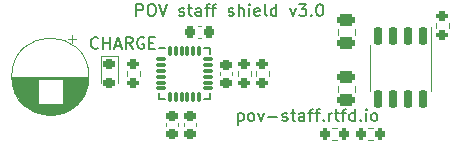
<source format=gbr>
%TF.GenerationSoftware,KiCad,Pcbnew,(6.0.1)*%
%TF.CreationDate,2022-02-11T11:56:36-05:00*%
%TF.ProjectId,POVshield-V3,504f5673-6869-4656-9c64-2d56332e6b69,rev?*%
%TF.SameCoordinates,Original*%
%TF.FileFunction,Legend,Top*%
%TF.FilePolarity,Positive*%
%FSLAX46Y46*%
G04 Gerber Fmt 4.6, Leading zero omitted, Abs format (unit mm)*
G04 Created by KiCad (PCBNEW (6.0.1)) date 2022-02-11 11:56:36*
%MOMM*%
%LPD*%
G01*
G04 APERTURE LIST*
G04 Aperture macros list*
%AMRoundRect*
0 Rectangle with rounded corners*
0 $1 Rounding radius*
0 $2 $3 $4 $5 $6 $7 $8 $9 X,Y pos of 4 corners*
0 Add a 4 corners polygon primitive as box body*
4,1,4,$2,$3,$4,$5,$6,$7,$8,$9,$2,$3,0*
0 Add four circle primitives for the rounded corners*
1,1,$1+$1,$2,$3*
1,1,$1+$1,$4,$5*
1,1,$1+$1,$6,$7*
1,1,$1+$1,$8,$9*
0 Add four rect primitives between the rounded corners*
20,1,$1+$1,$2,$3,$4,$5,0*
20,1,$1+$1,$4,$5,$6,$7,0*
20,1,$1+$1,$6,$7,$8,$9,0*
20,1,$1+$1,$8,$9,$2,$3,0*%
G04 Aperture macros list end*
%ADD10C,0.150000*%
%ADD11C,0.120000*%
%ADD12RoundRect,0.250000X0.475000X-0.250000X0.475000X0.250000X-0.475000X0.250000X-0.475000X-0.250000X0*%
%ADD13RoundRect,0.200000X0.275000X-0.200000X0.275000X0.200000X-0.275000X0.200000X-0.275000X-0.200000X0*%
%ADD14RoundRect,0.225000X-0.250000X0.225000X-0.250000X-0.225000X0.250000X-0.225000X0.250000X0.225000X0*%
%ADD15RoundRect,0.218750X-0.256250X0.218750X-0.256250X-0.218750X0.256250X-0.218750X0.256250X0.218750X0*%
%ADD16RoundRect,0.200000X0.200000X0.275000X-0.200000X0.275000X-0.200000X-0.275000X0.200000X-0.275000X0*%
%ADD17RoundRect,0.150000X-0.150000X0.650000X-0.150000X-0.650000X0.150000X-0.650000X0.150000X0.650000X0*%
%ADD18R,3.100000X2.410000*%
%ADD19RoundRect,0.200000X-0.275000X0.200000X-0.275000X-0.200000X0.275000X-0.200000X0.275000X0.200000X0*%
%ADD20RoundRect,0.250000X-0.475000X0.250000X-0.475000X-0.250000X0.475000X-0.250000X0.475000X0.250000X0*%
%ADD21R,1.600000X1.600000*%
%ADD22C,1.600000*%
%ADD23RoundRect,0.225000X0.250000X-0.225000X0.250000X0.225000X-0.250000X0.225000X-0.250000X-0.225000X0*%
%ADD24RoundRect,0.075000X-0.350000X-0.075000X0.350000X-0.075000X0.350000X0.075000X-0.350000X0.075000X0*%
%ADD25RoundRect,0.075000X0.075000X-0.350000X0.075000X0.350000X-0.075000X0.350000X-0.075000X-0.350000X0*%
%ADD26RoundRect,0.225000X-0.225000X-0.250000X0.225000X-0.250000X0.225000X0.250000X-0.225000X0.250000X0*%
%ADD27RoundRect,0.250000X0.725000X-0.600000X0.725000X0.600000X-0.725000X0.600000X-0.725000X-0.600000X0*%
%ADD28O,1.950000X1.700000*%
%ADD29R,1.700000X1.700000*%
%ADD30O,1.700000X1.700000*%
G04 APERTURE END LIST*
D10*
X94989047Y-96718380D02*
X94989047Y-95718380D01*
X95370000Y-95718380D01*
X95465238Y-95766000D01*
X95512857Y-95813619D01*
X95560476Y-95908857D01*
X95560476Y-96051714D01*
X95512857Y-96146952D01*
X95465238Y-96194571D01*
X95370000Y-96242190D01*
X94989047Y-96242190D01*
X96179523Y-95718380D02*
X96370000Y-95718380D01*
X96465238Y-95766000D01*
X96560476Y-95861238D01*
X96608095Y-96051714D01*
X96608095Y-96385047D01*
X96560476Y-96575523D01*
X96465238Y-96670761D01*
X96370000Y-96718380D01*
X96179523Y-96718380D01*
X96084285Y-96670761D01*
X95989047Y-96575523D01*
X95941428Y-96385047D01*
X95941428Y-96051714D01*
X95989047Y-95861238D01*
X96084285Y-95766000D01*
X96179523Y-95718380D01*
X96893809Y-95718380D02*
X97227142Y-96718380D01*
X97560476Y-95718380D01*
X98608095Y-96670761D02*
X98703333Y-96718380D01*
X98893809Y-96718380D01*
X98989047Y-96670761D01*
X99036666Y-96575523D01*
X99036666Y-96527904D01*
X98989047Y-96432666D01*
X98893809Y-96385047D01*
X98750952Y-96385047D01*
X98655714Y-96337428D01*
X98608095Y-96242190D01*
X98608095Y-96194571D01*
X98655714Y-96099333D01*
X98750952Y-96051714D01*
X98893809Y-96051714D01*
X98989047Y-96099333D01*
X99322380Y-96051714D02*
X99703333Y-96051714D01*
X99465238Y-95718380D02*
X99465238Y-96575523D01*
X99512857Y-96670761D01*
X99608095Y-96718380D01*
X99703333Y-96718380D01*
X100465238Y-96718380D02*
X100465238Y-96194571D01*
X100417619Y-96099333D01*
X100322380Y-96051714D01*
X100131904Y-96051714D01*
X100036666Y-96099333D01*
X100465238Y-96670761D02*
X100370000Y-96718380D01*
X100131904Y-96718380D01*
X100036666Y-96670761D01*
X99989047Y-96575523D01*
X99989047Y-96480285D01*
X100036666Y-96385047D01*
X100131904Y-96337428D01*
X100370000Y-96337428D01*
X100465238Y-96289809D01*
X100798571Y-96051714D02*
X101179523Y-96051714D01*
X100941428Y-96718380D02*
X100941428Y-95861238D01*
X100989047Y-95766000D01*
X101084285Y-95718380D01*
X101179523Y-95718380D01*
X101370000Y-96051714D02*
X101750952Y-96051714D01*
X101512857Y-96718380D02*
X101512857Y-95861238D01*
X101560476Y-95766000D01*
X101655714Y-95718380D01*
X101750952Y-95718380D01*
X102798571Y-96670761D02*
X102893809Y-96718380D01*
X103084285Y-96718380D01*
X103179523Y-96670761D01*
X103227142Y-96575523D01*
X103227142Y-96527904D01*
X103179523Y-96432666D01*
X103084285Y-96385047D01*
X102941428Y-96385047D01*
X102846190Y-96337428D01*
X102798571Y-96242190D01*
X102798571Y-96194571D01*
X102846190Y-96099333D01*
X102941428Y-96051714D01*
X103084285Y-96051714D01*
X103179523Y-96099333D01*
X103655714Y-96718380D02*
X103655714Y-95718380D01*
X104084285Y-96718380D02*
X104084285Y-96194571D01*
X104036666Y-96099333D01*
X103941428Y-96051714D01*
X103798571Y-96051714D01*
X103703333Y-96099333D01*
X103655714Y-96146952D01*
X104560476Y-96718380D02*
X104560476Y-96051714D01*
X104560476Y-95718380D02*
X104512857Y-95766000D01*
X104560476Y-95813619D01*
X104608095Y-95766000D01*
X104560476Y-95718380D01*
X104560476Y-95813619D01*
X105417619Y-96670761D02*
X105322380Y-96718380D01*
X105131904Y-96718380D01*
X105036666Y-96670761D01*
X104989047Y-96575523D01*
X104989047Y-96194571D01*
X105036666Y-96099333D01*
X105131904Y-96051714D01*
X105322380Y-96051714D01*
X105417619Y-96099333D01*
X105465238Y-96194571D01*
X105465238Y-96289809D01*
X104989047Y-96385047D01*
X106036666Y-96718380D02*
X105941428Y-96670761D01*
X105893809Y-96575523D01*
X105893809Y-95718380D01*
X106846190Y-96718380D02*
X106846190Y-95718380D01*
X106846190Y-96670761D02*
X106750952Y-96718380D01*
X106560476Y-96718380D01*
X106465238Y-96670761D01*
X106417619Y-96623142D01*
X106370000Y-96527904D01*
X106370000Y-96242190D01*
X106417619Y-96146952D01*
X106465238Y-96099333D01*
X106560476Y-96051714D01*
X106750952Y-96051714D01*
X106846190Y-96099333D01*
X107989047Y-96051714D02*
X108227142Y-96718380D01*
X108465238Y-96051714D01*
X108750952Y-95718380D02*
X109370000Y-95718380D01*
X109036666Y-96099333D01*
X109179523Y-96099333D01*
X109274761Y-96146952D01*
X109322380Y-96194571D01*
X109370000Y-96289809D01*
X109370000Y-96527904D01*
X109322380Y-96623142D01*
X109274761Y-96670761D01*
X109179523Y-96718380D01*
X108893809Y-96718380D01*
X108798571Y-96670761D01*
X108750952Y-96623142D01*
X109798571Y-96623142D02*
X109846190Y-96670761D01*
X109798571Y-96718380D01*
X109750952Y-96670761D01*
X109798571Y-96623142D01*
X109798571Y-96718380D01*
X110465238Y-95718380D02*
X110560476Y-95718380D01*
X110655714Y-95766000D01*
X110703333Y-95813619D01*
X110750952Y-95908857D01*
X110798571Y-96099333D01*
X110798571Y-96337428D01*
X110750952Y-96527904D01*
X110703333Y-96623142D01*
X110655714Y-96670761D01*
X110560476Y-96718380D01*
X110465238Y-96718380D01*
X110370000Y-96670761D01*
X110322380Y-96623142D01*
X110274761Y-96527904D01*
X110227142Y-96337428D01*
X110227142Y-96099333D01*
X110274761Y-95908857D01*
X110322380Y-95813619D01*
X110370000Y-95766000D01*
X110465238Y-95718380D01*
X103593047Y-104941714D02*
X103593047Y-105941714D01*
X103593047Y-104989333D02*
X103688285Y-104941714D01*
X103878761Y-104941714D01*
X103974000Y-104989333D01*
X104021619Y-105036952D01*
X104069238Y-105132190D01*
X104069238Y-105417904D01*
X104021619Y-105513142D01*
X103974000Y-105560761D01*
X103878761Y-105608380D01*
X103688285Y-105608380D01*
X103593047Y-105560761D01*
X104640666Y-105608380D02*
X104545428Y-105560761D01*
X104497809Y-105513142D01*
X104450190Y-105417904D01*
X104450190Y-105132190D01*
X104497809Y-105036952D01*
X104545428Y-104989333D01*
X104640666Y-104941714D01*
X104783523Y-104941714D01*
X104878761Y-104989333D01*
X104926380Y-105036952D01*
X104974000Y-105132190D01*
X104974000Y-105417904D01*
X104926380Y-105513142D01*
X104878761Y-105560761D01*
X104783523Y-105608380D01*
X104640666Y-105608380D01*
X105307333Y-104941714D02*
X105545428Y-105608380D01*
X105783523Y-104941714D01*
X106164476Y-105227428D02*
X106926380Y-105227428D01*
X107354952Y-105560761D02*
X107450190Y-105608380D01*
X107640666Y-105608380D01*
X107735904Y-105560761D01*
X107783523Y-105465523D01*
X107783523Y-105417904D01*
X107735904Y-105322666D01*
X107640666Y-105275047D01*
X107497809Y-105275047D01*
X107402571Y-105227428D01*
X107354952Y-105132190D01*
X107354952Y-105084571D01*
X107402571Y-104989333D01*
X107497809Y-104941714D01*
X107640666Y-104941714D01*
X107735904Y-104989333D01*
X108069238Y-104941714D02*
X108450190Y-104941714D01*
X108212095Y-104608380D02*
X108212095Y-105465523D01*
X108259714Y-105560761D01*
X108354952Y-105608380D01*
X108450190Y-105608380D01*
X109212095Y-105608380D02*
X109212095Y-105084571D01*
X109164476Y-104989333D01*
X109069238Y-104941714D01*
X108878761Y-104941714D01*
X108783523Y-104989333D01*
X109212095Y-105560761D02*
X109116857Y-105608380D01*
X108878761Y-105608380D01*
X108783523Y-105560761D01*
X108735904Y-105465523D01*
X108735904Y-105370285D01*
X108783523Y-105275047D01*
X108878761Y-105227428D01*
X109116857Y-105227428D01*
X109212095Y-105179809D01*
X109545428Y-104941714D02*
X109926380Y-104941714D01*
X109688285Y-105608380D02*
X109688285Y-104751238D01*
X109735904Y-104656000D01*
X109831142Y-104608380D01*
X109926380Y-104608380D01*
X110116857Y-104941714D02*
X110497809Y-104941714D01*
X110259714Y-105608380D02*
X110259714Y-104751238D01*
X110307333Y-104656000D01*
X110402571Y-104608380D01*
X110497809Y-104608380D01*
X110831142Y-105513142D02*
X110878761Y-105560761D01*
X110831142Y-105608380D01*
X110783523Y-105560761D01*
X110831142Y-105513142D01*
X110831142Y-105608380D01*
X111307333Y-105608380D02*
X111307333Y-104941714D01*
X111307333Y-105132190D02*
X111354952Y-105036952D01*
X111402571Y-104989333D01*
X111497809Y-104941714D01*
X111593047Y-104941714D01*
X111783523Y-104941714D02*
X112164476Y-104941714D01*
X111926380Y-104608380D02*
X111926380Y-105465523D01*
X111974000Y-105560761D01*
X112069238Y-105608380D01*
X112164476Y-105608380D01*
X112354952Y-104941714D02*
X112735904Y-104941714D01*
X112497809Y-105608380D02*
X112497809Y-104751238D01*
X112545428Y-104656000D01*
X112640666Y-104608380D01*
X112735904Y-104608380D01*
X113497809Y-105608380D02*
X113497809Y-104608380D01*
X113497809Y-105560761D02*
X113402571Y-105608380D01*
X113212095Y-105608380D01*
X113116857Y-105560761D01*
X113069238Y-105513142D01*
X113021619Y-105417904D01*
X113021619Y-105132190D01*
X113069238Y-105036952D01*
X113116857Y-104989333D01*
X113212095Y-104941714D01*
X113402571Y-104941714D01*
X113497809Y-104989333D01*
X113974000Y-105513142D02*
X114021619Y-105560761D01*
X113974000Y-105608380D01*
X113926380Y-105560761D01*
X113974000Y-105513142D01*
X113974000Y-105608380D01*
X114450190Y-105608380D02*
X114450190Y-104941714D01*
X114450190Y-104608380D02*
X114402571Y-104656000D01*
X114450190Y-104703619D01*
X114497809Y-104656000D01*
X114450190Y-104608380D01*
X114450190Y-104703619D01*
X115069238Y-105608380D02*
X114974000Y-105560761D01*
X114926380Y-105513142D01*
X114878761Y-105417904D01*
X114878761Y-105132190D01*
X114926380Y-105036952D01*
X114974000Y-104989333D01*
X115069238Y-104941714D01*
X115212095Y-104941714D01*
X115307333Y-104989333D01*
X115354952Y-105036952D01*
X115402571Y-105132190D01*
X115402571Y-105417904D01*
X115354952Y-105513142D01*
X115307333Y-105560761D01*
X115212095Y-105608380D01*
X115069238Y-105608380D01*
X91757761Y-99417142D02*
X91710142Y-99464761D01*
X91567285Y-99512380D01*
X91472047Y-99512380D01*
X91329190Y-99464761D01*
X91233952Y-99369523D01*
X91186333Y-99274285D01*
X91138714Y-99083809D01*
X91138714Y-98940952D01*
X91186333Y-98750476D01*
X91233952Y-98655238D01*
X91329190Y-98560000D01*
X91472047Y-98512380D01*
X91567285Y-98512380D01*
X91710142Y-98560000D01*
X91757761Y-98607619D01*
X92186333Y-99512380D02*
X92186333Y-98512380D01*
X92186333Y-98988571D02*
X92757761Y-98988571D01*
X92757761Y-99512380D02*
X92757761Y-98512380D01*
X93186333Y-99226666D02*
X93662523Y-99226666D01*
X93091095Y-99512380D02*
X93424428Y-98512380D01*
X93757761Y-99512380D01*
X94662523Y-99512380D02*
X94329190Y-99036190D01*
X94091095Y-99512380D02*
X94091095Y-98512380D01*
X94472047Y-98512380D01*
X94567285Y-98560000D01*
X94614904Y-98607619D01*
X94662523Y-98702857D01*
X94662523Y-98845714D01*
X94614904Y-98940952D01*
X94567285Y-98988571D01*
X94472047Y-99036190D01*
X94091095Y-99036190D01*
X95614904Y-98560000D02*
X95519666Y-98512380D01*
X95376809Y-98512380D01*
X95233952Y-98560000D01*
X95138714Y-98655238D01*
X95091095Y-98750476D01*
X95043476Y-98940952D01*
X95043476Y-99083809D01*
X95091095Y-99274285D01*
X95138714Y-99369523D01*
X95233952Y-99464761D01*
X95376809Y-99512380D01*
X95472047Y-99512380D01*
X95614904Y-99464761D01*
X95662523Y-99417142D01*
X95662523Y-99083809D01*
X95472047Y-99083809D01*
X96091095Y-98988571D02*
X96424428Y-98988571D01*
X96567285Y-99512380D02*
X96091095Y-99512380D01*
X96091095Y-98512380D01*
X96567285Y-98512380D01*
D11*
X112041000Y-103131252D02*
X112041000Y-102608748D01*
X113511000Y-103131252D02*
X113511000Y-102608748D01*
X95264500Y-101837258D02*
X95264500Y-101362742D01*
X94219500Y-101837258D02*
X94219500Y-101362742D01*
X100078000Y-105777420D02*
X100078000Y-106058580D01*
X99058000Y-105777420D02*
X99058000Y-106058580D01*
X93445000Y-102400000D02*
X93445000Y-100115000D01*
X93445000Y-100115000D02*
X91975000Y-100115000D01*
X91975000Y-100115000D02*
X91975000Y-102400000D01*
X115045258Y-107202500D02*
X114570742Y-107202500D01*
X115045258Y-106157500D02*
X114570742Y-106157500D01*
X111997258Y-106157500D02*
X111522742Y-106157500D01*
X111997258Y-107202500D02*
X111522742Y-107202500D01*
X114801005Y-101092000D02*
X114801005Y-103042000D01*
X119921005Y-101092000D02*
X119921005Y-97642000D01*
X114801005Y-101092000D02*
X114801005Y-99142000D01*
X119921005Y-101092000D02*
X119921005Y-103042000D01*
X121426500Y-97298742D02*
X121426500Y-97773258D01*
X120381500Y-97298742D02*
X120381500Y-97773258D01*
X105141500Y-101837258D02*
X105141500Y-101362742D01*
X106186500Y-101837258D02*
X106186500Y-101362742D01*
X112041000Y-97782748D02*
X112041000Y-98305252D01*
X113511000Y-97782748D02*
X113511000Y-98305252D01*
X86660000Y-102250000D02*
X84494000Y-102250000D01*
X86660000Y-103291000D02*
X84804000Y-103291000D01*
X86660000Y-102891000D02*
X84639000Y-102891000D01*
X86660000Y-103851000D02*
X85152000Y-103851000D01*
X86660000Y-102290000D02*
X84499000Y-102290000D01*
X89924000Y-104211000D02*
X85476000Y-104211000D01*
X90927000Y-102010000D02*
X84473000Y-102010000D01*
X86660000Y-103931000D02*
X85216000Y-103931000D01*
X90670000Y-103131000D02*
X88740000Y-103131000D01*
X90634000Y-103211000D02*
X88740000Y-103211000D01*
X86660000Y-102410000D02*
X84518000Y-102410000D01*
X90364000Y-103691000D02*
X88740000Y-103691000D01*
X86660000Y-103211000D02*
X84766000Y-103211000D01*
X86660000Y-102811000D02*
X84614000Y-102811000D01*
X88333000Y-105051000D02*
X87067000Y-105051000D01*
X90831000Y-102651000D02*
X88740000Y-102651000D01*
X90718000Y-103011000D02*
X88740000Y-103011000D01*
X86660000Y-102971000D02*
X84667000Y-102971000D01*
X86660000Y-102090000D02*
X84478000Y-102090000D01*
X89590000Y-104491000D02*
X85810000Y-104491000D01*
X86660000Y-103651000D02*
X85010000Y-103651000D01*
X89792000Y-104331000D02*
X85608000Y-104331000D01*
X90922000Y-102090000D02*
X88740000Y-102090000D01*
X86660000Y-104011000D02*
X85284000Y-104011000D01*
X86660000Y-103611000D02*
X84984000Y-103611000D01*
X90278000Y-103811000D02*
X88740000Y-103811000D01*
X89837000Y-104291000D02*
X85563000Y-104291000D01*
X90915000Y-102170000D02*
X88740000Y-102170000D01*
X89132000Y-104771000D02*
X86268000Y-104771000D01*
X89534000Y-104531000D02*
X85866000Y-104531000D01*
X86660000Y-103731000D02*
X85064000Y-103731000D01*
X86660000Y-102651000D02*
X84569000Y-102651000D01*
X89050000Y-104811000D02*
X86350000Y-104811000D01*
X90882000Y-102410000D02*
X88740000Y-102410000D01*
X88502000Y-105011000D02*
X86898000Y-105011000D01*
X89414000Y-104611000D02*
X85986000Y-104611000D01*
X90924000Y-102050000D02*
X84476000Y-102050000D01*
X86660000Y-103491000D02*
X84910000Y-103491000D01*
X86660000Y-104131000D02*
X85395000Y-104131000D01*
X86660000Y-102571000D02*
X84550000Y-102571000D01*
X90652000Y-103171000D02*
X88740000Y-103171000D01*
X89281000Y-104691000D02*
X86119000Y-104691000D01*
X90747000Y-102931000D02*
X88740000Y-102931000D01*
X89695000Y-104411000D02*
X85705000Y-104411000D01*
X90556000Y-103371000D02*
X88740000Y-103371000D01*
X90821000Y-102691000D02*
X88740000Y-102691000D01*
X90616000Y-103251000D02*
X88740000Y-103251000D01*
X90733000Y-102971000D02*
X88740000Y-102971000D01*
X86660000Y-102851000D02*
X84626000Y-102851000D01*
X89965000Y-104171000D02*
X85435000Y-104171000D01*
X90336000Y-103731000D02*
X88740000Y-103731000D01*
X86660000Y-102530000D02*
X84541000Y-102530000D01*
X86660000Y-102170000D02*
X84485000Y-102170000D01*
X90850000Y-102571000D02*
X88740000Y-102571000D01*
X90798000Y-102771000D02*
X88740000Y-102771000D01*
X90901000Y-102290000D02*
X88740000Y-102290000D01*
X86660000Y-102130000D02*
X84482000Y-102130000D01*
X90889000Y-102370000D02*
X88740000Y-102370000D01*
X86660000Y-102330000D02*
X84505000Y-102330000D01*
X86660000Y-103571000D02*
X84958000Y-103571000D01*
X90930000Y-101890000D02*
X84470000Y-101890000D01*
X90596000Y-103291000D02*
X88740000Y-103291000D01*
X88640000Y-104971000D02*
X86760000Y-104971000D01*
X90005000Y-104131000D02*
X88740000Y-104131000D01*
X90184000Y-103931000D02*
X88740000Y-103931000D01*
X90928000Y-101970000D02*
X84472000Y-101970000D01*
X86660000Y-102771000D02*
X84602000Y-102771000D01*
X89644000Y-104451000D02*
X85756000Y-104451000D01*
X90248000Y-103851000D02*
X88740000Y-103851000D01*
X90043000Y-104091000D02*
X88740000Y-104091000D01*
X90686000Y-103091000D02*
X88740000Y-103091000D01*
X86660000Y-102611000D02*
X84559000Y-102611000D01*
X86660000Y-103891000D02*
X85184000Y-103891000D01*
X90080000Y-104051000D02*
X88740000Y-104051000D01*
X86660000Y-103251000D02*
X84784000Y-103251000D01*
X86660000Y-102931000D02*
X84653000Y-102931000D01*
X89744000Y-104371000D02*
X85656000Y-104371000D01*
X89476000Y-104571000D02*
X85924000Y-104571000D01*
X90875000Y-102450000D02*
X88740000Y-102450000D01*
X86660000Y-103091000D02*
X84714000Y-103091000D01*
X86660000Y-103811000D02*
X85122000Y-103811000D01*
X90930000Y-101850000D02*
X84470000Y-101850000D01*
X90466000Y-103531000D02*
X88740000Y-103531000D01*
X90307000Y-103771000D02*
X88740000Y-103771000D01*
X90702000Y-103051000D02*
X88740000Y-103051000D01*
X86660000Y-103371000D02*
X84844000Y-103371000D01*
X86660000Y-103971000D02*
X85250000Y-103971000D01*
X86660000Y-103051000D02*
X84698000Y-103051000D01*
X86660000Y-103771000D02*
X85093000Y-103771000D01*
X89539000Y-98349759D02*
X89539000Y-98979759D01*
X90918000Y-102130000D02*
X88740000Y-102130000D01*
X89882000Y-104251000D02*
X85518000Y-104251000D01*
X88102000Y-105091000D02*
X87298000Y-105091000D01*
X90150000Y-103971000D02*
X88740000Y-103971000D01*
X86660000Y-103691000D02*
X85036000Y-103691000D01*
X86660000Y-103131000D02*
X84730000Y-103131000D01*
X86660000Y-103011000D02*
X84682000Y-103011000D01*
X86660000Y-102490000D02*
X84533000Y-102490000D01*
X90867000Y-102490000D02*
X88740000Y-102490000D01*
X90774000Y-102851000D02*
X88740000Y-102851000D01*
X86660000Y-102450000D02*
X84525000Y-102450000D01*
X86660000Y-103451000D02*
X84888000Y-103451000D01*
X86660000Y-104051000D02*
X85320000Y-104051000D01*
X90895000Y-102330000D02*
X88740000Y-102330000D01*
X88865000Y-104891000D02*
X86535000Y-104891000D01*
X90390000Y-103651000D02*
X88740000Y-103651000D01*
X90116000Y-104011000D02*
X88740000Y-104011000D01*
X90576000Y-103331000D02*
X88740000Y-103331000D01*
X86660000Y-103531000D02*
X84934000Y-103531000D01*
X88962000Y-104851000D02*
X86438000Y-104851000D01*
X90906000Y-102250000D02*
X88740000Y-102250000D01*
X90442000Y-103571000D02*
X88740000Y-103571000D01*
X90786000Y-102811000D02*
X88740000Y-102811000D01*
X86660000Y-103171000D02*
X84748000Y-103171000D01*
X89854000Y-98664759D02*
X89224000Y-98664759D01*
X86660000Y-103411000D02*
X84866000Y-103411000D01*
X89209000Y-104731000D02*
X86191000Y-104731000D01*
X88759000Y-104931000D02*
X86641000Y-104931000D01*
X90841000Y-102611000D02*
X88740000Y-102611000D01*
X90810000Y-102731000D02*
X88740000Y-102731000D01*
X90416000Y-103611000D02*
X88740000Y-103611000D01*
X90534000Y-103411000D02*
X88740000Y-103411000D01*
X86660000Y-103331000D02*
X84824000Y-103331000D01*
X90930000Y-101930000D02*
X84470000Y-101930000D01*
X90512000Y-103451000D02*
X88740000Y-103451000D01*
X90859000Y-102530000D02*
X88740000Y-102530000D01*
X86660000Y-102370000D02*
X84511000Y-102370000D01*
X86660000Y-102210000D02*
X84489000Y-102210000D01*
X86660000Y-102691000D02*
X84579000Y-102691000D01*
X89350000Y-104651000D02*
X86050000Y-104651000D01*
X90490000Y-103491000D02*
X88740000Y-103491000D01*
X90761000Y-102891000D02*
X88740000Y-102891000D01*
X90216000Y-103891000D02*
X88740000Y-103891000D01*
X90911000Y-102210000D02*
X88740000Y-102210000D01*
X86660000Y-102731000D02*
X84590000Y-102731000D01*
X86660000Y-104091000D02*
X85357000Y-104091000D01*
X90970000Y-101850000D02*
G75*
G03*
X90970000Y-101850000I-3270000J0D01*
G01*
X103617500Y-101837258D02*
X103617500Y-101362742D01*
X104662500Y-101837258D02*
X104662500Y-101362742D01*
X103126000Y-101740580D02*
X103126000Y-101459420D01*
X102106000Y-101740580D02*
X102106000Y-101459420D01*
D10*
X101210000Y-103750000D02*
X101210000Y-103225000D01*
X101210000Y-103750000D02*
X100685000Y-103750000D01*
X96910000Y-103750000D02*
X97435000Y-103750000D01*
X101210000Y-99450000D02*
X100685000Y-99450000D01*
X96910000Y-99450000D02*
X97435000Y-99450000D01*
X96910000Y-103750000D02*
X96910000Y-103225000D01*
X101210000Y-99450000D02*
X101210000Y-99975000D01*
D11*
X98554000Y-105777420D02*
X98554000Y-106058580D01*
X97534000Y-105777420D02*
X97534000Y-106058580D01*
X100189420Y-97534000D02*
X100470580Y-97534000D01*
X100189420Y-98554000D02*
X100470580Y-98554000D01*
%LPC*%
D12*
X112776000Y-103820000D03*
X112776000Y-101920000D03*
D13*
X94742000Y-102425000D03*
X94742000Y-100775000D03*
D14*
X99568000Y-105143000D03*
X99568000Y-106693000D03*
D15*
X92710000Y-100812500D03*
X92710000Y-102387500D03*
D16*
X115633000Y-106680000D03*
X113983000Y-106680000D03*
X112585000Y-106680000D03*
X110935000Y-106680000D03*
D17*
X119266005Y-98442000D03*
X117996005Y-98442000D03*
X116726005Y-98442000D03*
X115456005Y-98442000D03*
X115456005Y-103742000D03*
X116726005Y-103742000D03*
X117996005Y-103742000D03*
X119266005Y-103742000D03*
D18*
X117361005Y-101092000D03*
D19*
X120904000Y-96711000D03*
X120904000Y-98361000D03*
D13*
X105664000Y-102425000D03*
X105664000Y-100775000D03*
D20*
X112776000Y-97094000D03*
X112776000Y-98994000D03*
D21*
X87700000Y-100600000D03*
D22*
X87700000Y-103100000D03*
D13*
X104140000Y-102425000D03*
X104140000Y-100775000D03*
D23*
X102616000Y-102375000D03*
X102616000Y-100825000D03*
D24*
X97110000Y-100350000D03*
X97110000Y-100850000D03*
X97110000Y-101350000D03*
X97110000Y-101850000D03*
X97110000Y-102350000D03*
X97110000Y-102850000D03*
D25*
X97810000Y-103550000D03*
X98310000Y-103550000D03*
X98810000Y-103550000D03*
X99310000Y-103550000D03*
X99810000Y-103550000D03*
X100310000Y-103550000D03*
D24*
X101010000Y-102850000D03*
X101010000Y-102350000D03*
X101010000Y-101850000D03*
X101010000Y-101350000D03*
X101010000Y-100850000D03*
X101010000Y-100350000D03*
D25*
X100310000Y-99650000D03*
X99810000Y-99650000D03*
X99310000Y-99650000D03*
X98810000Y-99650000D03*
X98310000Y-99650000D03*
X97810000Y-99650000D03*
D14*
X98044000Y-105143000D03*
X98044000Y-106693000D03*
D26*
X99555000Y-98044000D03*
X101105000Y-98044000D03*
D27*
X79756000Y-106600000D03*
D28*
X79756000Y-104100000D03*
X79756000Y-101600000D03*
X79756000Y-99100000D03*
X79756000Y-96600000D03*
D29*
X91440000Y-93980000D03*
D30*
X93980000Y-93980000D03*
X96520000Y-93980000D03*
X99060000Y-93980000D03*
X101600000Y-93980000D03*
X104140000Y-93980000D03*
X106680000Y-93980000D03*
X109220000Y-93980000D03*
X111760000Y-93980000D03*
X114300000Y-93980000D03*
X116840000Y-93980000D03*
X119380000Y-93980000D03*
X121920000Y-93980000D03*
X124460000Y-93980000D03*
D29*
X91440000Y-109220000D03*
D30*
X93980000Y-109220000D03*
X96520000Y-109220000D03*
X99060000Y-109220000D03*
X101600000Y-109220000D03*
X104140000Y-109220000D03*
X106680000Y-109220000D03*
X109220000Y-109220000D03*
X111760000Y-109220000D03*
X114300000Y-109220000D03*
X116840000Y-109220000D03*
X119380000Y-109220000D03*
X121920000Y-109220000D03*
X124460000Y-109220000D03*
M02*

</source>
